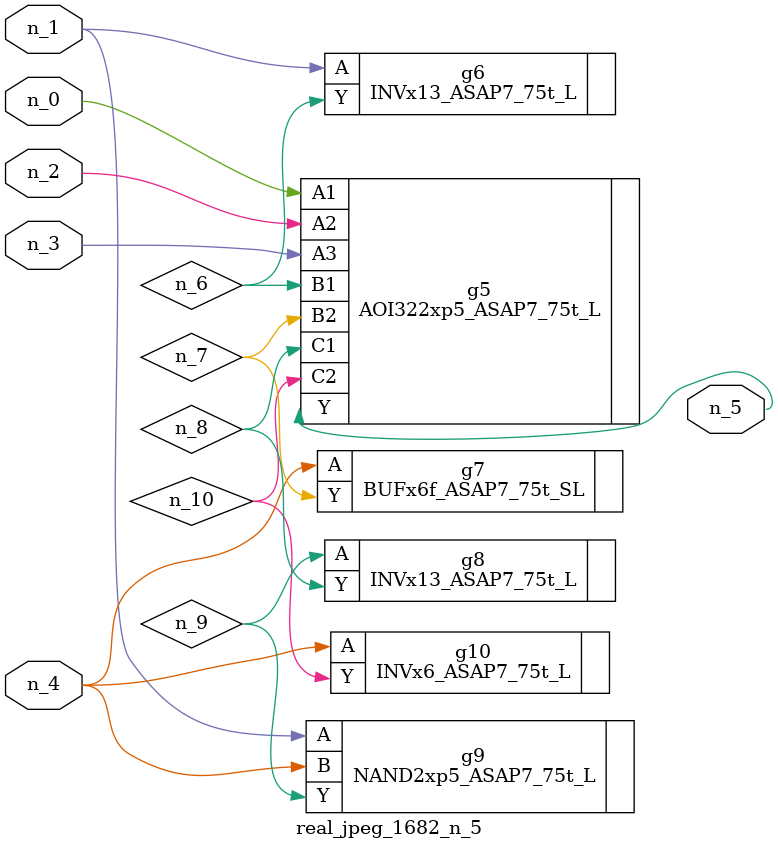
<source format=v>
module real_jpeg_1682_n_5 (n_4, n_0, n_1, n_2, n_3, n_5);

input n_4;
input n_0;
input n_1;
input n_2;
input n_3;

output n_5;

wire n_8;
wire n_6;
wire n_7;
wire n_10;
wire n_9;

AOI322xp5_ASAP7_75t_L g5 ( 
.A1(n_0),
.A2(n_2),
.A3(n_3),
.B1(n_6),
.B2(n_7),
.C1(n_8),
.C2(n_10),
.Y(n_5)
);

INVx13_ASAP7_75t_L g6 ( 
.A(n_1),
.Y(n_6)
);

NAND2xp5_ASAP7_75t_L g9 ( 
.A(n_1),
.B(n_4),
.Y(n_9)
);

BUFx6f_ASAP7_75t_SL g7 ( 
.A(n_4),
.Y(n_7)
);

INVx6_ASAP7_75t_L g10 ( 
.A(n_4),
.Y(n_10)
);

INVx13_ASAP7_75t_L g8 ( 
.A(n_9),
.Y(n_8)
);


endmodule
</source>
